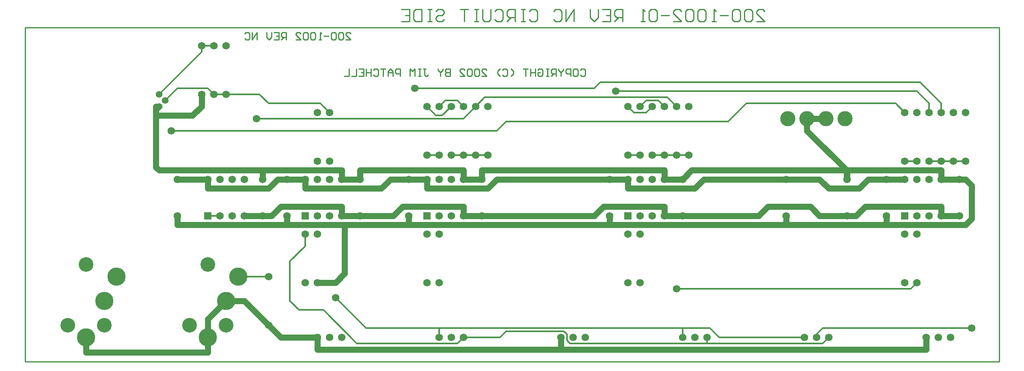
<source format=gbl>
*%FSLAX23Y23*%
*%MOIN*%
G01*
%ADD11C,0.006*%
%ADD12C,0.007*%
%ADD13C,0.008*%
%ADD14C,0.010*%
%ADD15C,0.012*%
%ADD16C,0.020*%
%ADD17C,0.025*%
%ADD18C,0.028*%
%ADD19C,0.032*%
%ADD20C,0.036*%
%ADD21C,0.045*%
%ADD22C,0.048*%
%ADD23C,0.050*%
%ADD24C,0.052*%
%ADD25C,0.055*%
%ADD26C,0.056*%
%ADD27C,0.059*%
%ADD28C,0.060*%
%ADD29C,0.061*%
%ADD30C,0.062*%
%ADD31C,0.068*%
%ADD32C,0.070*%
%ADD33C,0.080*%
%ADD34C,0.090*%
%ADD35C,0.095*%
%ADD36C,0.115*%
%ADD37C,0.120*%
%ADD38C,0.125*%
%ADD39C,0.126*%
%ADD40C,0.131*%
%ADD41C,0.150*%
%ADD42C,0.156*%
%ADD43R,0.062X0.062*%
%ADD44R,0.068X0.068*%
D14*
X12159Y9263D02*
X12226D01*
X12159Y9330D01*
Y9346D01*
X12176Y9363D01*
X12209D01*
X12226Y9346D01*
X12126D02*
X12109Y9363D01*
X12076D01*
X12059Y9346D01*
Y9280D01*
X12076Y9263D01*
X12109D01*
X12126Y9280D01*
Y9346D01*
X12026D02*
X12009Y9363D01*
X11976D01*
X11959Y9346D01*
Y9280D01*
X11976Y9263D01*
X12009D01*
X12026Y9280D01*
Y9346D01*
X11926Y9313D02*
X11859D01*
X11826Y9263D02*
X11793D01*
X11809D01*
Y9363D01*
X11810D01*
X11809D02*
X11826Y9346D01*
X11743D02*
X11726Y9363D01*
X11693D01*
X11676Y9346D01*
Y9280D01*
X11693Y9263D01*
X11726D01*
X11743Y9280D01*
Y9346D01*
X11643D02*
X11626Y9363D01*
X11593D01*
X11576Y9346D01*
Y9280D01*
X11593Y9263D01*
X11626D01*
X11643Y9280D01*
Y9346D01*
X11543Y9263D02*
X11476D01*
X11543D02*
X11476Y9330D01*
Y9346D01*
X11493Y9363D01*
X11526D01*
X11543Y9346D01*
X11443Y9313D02*
X11376D01*
X11343Y9346D02*
X11326Y9363D01*
X11293D01*
X11276Y9346D01*
Y9280D01*
X11293Y9263D01*
X11326D01*
X11343Y9280D01*
Y9346D01*
X11243Y9263D02*
X11210D01*
X11226D01*
Y9363D01*
X11227D01*
X11226D02*
X11243Y9346D01*
X11060Y9363D02*
Y9263D01*
Y9363D02*
X11010D01*
X10993Y9346D01*
Y9313D01*
X11010Y9296D01*
X11060D01*
X11026D02*
X10993Y9263D01*
X10960Y9363D02*
X10893D01*
X10960D02*
Y9263D01*
X10893D01*
X10926Y9313D02*
X10960D01*
X10860Y9296D02*
Y9363D01*
Y9296D02*
X10826Y9263D01*
X10793Y9296D01*
Y9363D01*
X10660D02*
Y9263D01*
X10593D02*
X10660Y9363D01*
X10593D02*
Y9263D01*
X10493Y9346D02*
X10510Y9363D01*
X10543D01*
X10560Y9346D01*
Y9280D01*
X10543Y9263D01*
X10510D01*
X10493Y9280D01*
X10310Y9363D02*
X10293Y9346D01*
X10310Y9363D02*
X10343D01*
X10360Y9346D01*
Y9280D01*
X10343Y9263D01*
X10310D01*
X10293Y9280D01*
X10260Y9363D02*
X10227D01*
X10243D01*
Y9263D01*
X10260D01*
X10227D01*
X10177D02*
Y9363D01*
X10127D01*
X10110Y9346D01*
Y9313D01*
X10127Y9296D01*
X10177D01*
X10143D02*
X10110Y9263D01*
X10010Y9346D02*
X10027Y9363D01*
X10060D01*
X10077Y9346D01*
Y9280D01*
X10060Y9263D01*
X10027D01*
X10010Y9280D01*
X9977D02*
Y9363D01*
Y9280D02*
X9960Y9263D01*
X9927D01*
X9910Y9280D01*
Y9363D01*
X9877D02*
X9843D01*
X9860D01*
Y9263D01*
X9877D01*
X9843D01*
X9793Y9363D02*
X9727D01*
X9760D01*
Y9263D01*
X9544Y9363D02*
X9527Y9346D01*
X9544Y9363D02*
X9577D01*
X9594Y9346D01*
Y9330D01*
X9577Y9313D01*
X9544D01*
X9527Y9296D01*
Y9280D01*
X9544Y9263D01*
X9577D01*
X9594Y9280D01*
X9494Y9363D02*
X9460D01*
X9477D01*
Y9263D01*
X9494D01*
X9460D01*
X9410D02*
Y9363D01*
Y9263D02*
X9360D01*
X9344Y9280D01*
Y9346D01*
X9360Y9363D01*
X9410D01*
X9310D02*
X9244D01*
X9310D02*
Y9263D01*
X9244D01*
X9277Y9313D02*
X9310D01*
X10711Y8863D02*
X10721Y8873D01*
X10741D01*
X10751Y8863D01*
Y8823D01*
X10741Y8813D01*
X10721D01*
X10711Y8823D01*
X10681Y8873D02*
X10661D01*
X10681D02*
X10691Y8863D01*
Y8823D01*
X10681Y8813D01*
X10661D01*
X10651Y8823D01*
Y8863D01*
X10661Y8873D01*
X10631D02*
Y8813D01*
Y8873D02*
X10601D01*
X10591Y8863D01*
Y8843D01*
X10601Y8833D01*
X10631D01*
X10571Y8863D02*
Y8873D01*
Y8863D02*
X10551Y8843D01*
X10531Y8863D01*
Y8873D01*
X10551Y8843D02*
Y8813D01*
X10511D02*
Y8873D01*
X10481D01*
X10471Y8863D01*
Y8843D01*
X10481Y8833D01*
X10511D01*
X10491D02*
X10471Y8813D01*
X10451Y8873D02*
X10431D01*
X10441D01*
Y8813D01*
X10451D01*
X10431D01*
X10371Y8873D02*
X10361Y8863D01*
X10371Y8873D02*
X10391D01*
X10401Y8863D01*
Y8823D01*
X10391Y8813D01*
X10371D01*
X10361Y8823D01*
Y8843D01*
X10381D01*
X10341Y8873D02*
Y8813D01*
Y8843D01*
X10301D01*
Y8873D01*
Y8813D01*
X10281Y8873D02*
X10241D01*
X10261D01*
Y8813D01*
X10161Y8833D02*
X10141Y8813D01*
X10161Y8833D02*
Y8853D01*
X10141Y8873D01*
X10081D02*
X10071Y8863D01*
X10081Y8873D02*
X10101D01*
X10111Y8863D01*
Y8823D01*
X10101Y8813D01*
X10081D01*
X10071Y8823D01*
X10051Y8813D02*
X10031Y8833D01*
Y8853D01*
X10051Y8873D01*
X9941Y8813D02*
X9901D01*
X9941D02*
X9901Y8853D01*
Y8863D01*
X9911Y8873D01*
X9931D01*
X9941Y8863D01*
X9881D02*
X9871Y8873D01*
X9851D01*
X9841Y8863D01*
Y8823D01*
X9851Y8813D01*
X9871D01*
X9881Y8823D01*
Y8863D01*
X9821D02*
X9811Y8873D01*
X9791D01*
X9781Y8863D01*
Y8823D01*
X9791Y8813D01*
X9811D01*
X9821Y8823D01*
Y8863D01*
X9761Y8813D02*
X9721D01*
X9761D02*
X9721Y8853D01*
Y8863D01*
X9731Y8873D01*
X9751D01*
X9761Y8863D01*
X9641Y8873D02*
Y8813D01*
X9611D01*
X9601Y8823D01*
Y8833D01*
X9611Y8843D01*
X9641D01*
X9642D01*
X9641D02*
X9642D01*
X9641D02*
X9642D01*
X9641D02*
X9611D01*
X9601Y8853D01*
Y8863D01*
X9611Y8873D01*
X9641D01*
X9581D02*
Y8863D01*
X9561Y8843D01*
X9541Y8863D01*
Y8873D01*
X9561Y8843D02*
Y8813D01*
X9441Y8873D02*
X9421D01*
X9431D02*
X9441D01*
X9431D02*
Y8823D01*
X9441Y8813D01*
X9451D01*
X9461Y8823D01*
X9401Y8873D02*
X9381D01*
X9391D01*
Y8813D01*
X9401D01*
X9381D01*
X9351D02*
Y8873D01*
X9331Y8853D01*
X9311Y8873D01*
Y8813D01*
X9231D02*
Y8873D01*
X9202D01*
X9192Y8863D01*
Y8843D01*
X9202Y8833D01*
X9231D01*
X9172Y8813D02*
Y8853D01*
X9152Y8873D01*
X9132Y8853D01*
Y8813D01*
Y8843D01*
X9172D01*
X9112Y8873D02*
X9072D01*
X9092D01*
Y8813D01*
X9022Y8873D02*
X9012Y8863D01*
X9022Y8873D02*
X9042D01*
X9052Y8863D01*
Y8823D01*
X9042Y8813D01*
X9022D01*
X9012Y8823D01*
X8992Y8813D02*
Y8873D01*
Y8843D02*
Y8813D01*
Y8843D02*
X8952D01*
Y8873D01*
Y8813D01*
X8932Y8873D02*
X8892D01*
X8932D02*
Y8813D01*
X8892D01*
X8912Y8843D02*
X8932D01*
X8872Y8873D02*
Y8813D01*
X8832D01*
X8812D02*
Y8873D01*
Y8813D02*
X8772D01*
X8786Y9113D02*
X8826D01*
X8786Y9153D01*
Y9163D01*
X8796Y9173D01*
X8816D01*
X8826Y9163D01*
X8766D02*
X8756Y9173D01*
X8736D01*
X8726Y9163D01*
Y9123D01*
X8736Y9113D01*
X8756D01*
X8766Y9123D01*
Y9163D01*
X8706D02*
X8696Y9173D01*
X8676D01*
X8666Y9163D01*
Y9123D01*
X8676Y9113D01*
X8696D01*
X8706Y9123D01*
Y9163D01*
X8646Y9143D02*
X8606D01*
X8586Y9113D02*
X8566D01*
X8576D01*
Y9173D01*
X8577D01*
X8576D02*
X8586Y9163D01*
X8536D02*
X8526Y9173D01*
X8506D01*
X8496Y9163D01*
Y9123D01*
X8506Y9113D01*
X8526D01*
X8536Y9123D01*
Y9163D01*
X8476D02*
X8466Y9173D01*
X8446D01*
X8436Y9163D01*
Y9123D01*
X8446Y9113D01*
X8466D01*
X8476Y9123D01*
Y9163D01*
X8416Y9113D02*
X8376D01*
X8416D02*
X8376Y9153D01*
Y9163D01*
X8386Y9173D01*
X8406D01*
X8416Y9163D01*
X8296Y9173D02*
Y9113D01*
Y9173D02*
X8266D01*
X8256Y9163D01*
Y9143D01*
X8266Y9133D01*
X8296D01*
X8276D02*
X8256Y9113D01*
X8236Y9173D02*
X8196D01*
X8236D02*
Y9113D01*
X8196D01*
X8216Y9143D02*
X8236D01*
X8176Y9133D02*
Y9173D01*
Y9133D02*
X8156Y9113D01*
X8136Y9133D01*
Y9173D01*
X8056D02*
Y9113D01*
X8016D02*
X8056Y9173D01*
X8016D02*
Y9113D01*
X7956Y9163D02*
X7966Y9173D01*
X7986D01*
X7996Y9163D01*
Y9123D01*
X7986Y9113D01*
X7966D01*
X7956Y9123D01*
X6151Y9213D02*
Y6463D01*
X14151D02*
Y9213D01*
Y6463D02*
X6151D01*
Y9213D02*
X14151D01*
D15*
X7601Y9013D02*
X7251Y8663D01*
X11926Y8438D02*
X12076Y8588D01*
X8451Y7413D02*
X8326Y7288D01*
X13551Y8713D02*
X13676Y8588D01*
X8951Y6738D02*
X8701Y6988D01*
X8601Y6888D02*
X8876Y6613D01*
X9701D01*
X10626D02*
X11751D01*
X12701D01*
Y6738D02*
X13926D01*
X9551D02*
X8951D01*
X9551D02*
X11551D01*
X11776D01*
X11851Y6663D02*
X12551D01*
X10051D02*
X9751D01*
X10101Y6713D02*
X10576D01*
X8601Y6888D02*
X8401D01*
X11501Y7063D02*
X13426D01*
X8151Y7163D02*
X7901D01*
X7301Y8613D02*
X7401Y8713D01*
X7651Y7663D02*
X7751D01*
X7601Y9013D02*
Y9063D01*
X7651Y8713D02*
X7701Y8663D01*
X13376Y8113D02*
X13476D01*
X13676D02*
X13776D01*
X13676D02*
X13576D01*
X13776D02*
X13876D01*
X11201Y8163D02*
X11101D01*
X11301D02*
X11401D01*
X11501D01*
X11601D01*
X9551D02*
X9451D01*
X9651D02*
X9751D01*
X9851D01*
X9951D01*
X10026Y8363D02*
X7351D01*
X8076Y8663D02*
X8151Y8588D01*
X10101Y8438D02*
X11926D01*
X12076Y8588D02*
X13301D01*
X8576D02*
X8151D01*
X8051Y8463D02*
X9751D01*
X11151Y8513D02*
X11251D01*
X9576Y8488D02*
X9526D01*
X10876Y8763D02*
X13501D01*
X10826Y8713D02*
X9351D01*
X11001Y8688D02*
X13476D01*
X8076Y8663D02*
X7801D01*
X7701D01*
X7651Y8713D02*
X7401D01*
X9926Y8638D02*
X11426D01*
X11351Y8613D02*
X11251D01*
X9701D02*
X9601D01*
X8451Y7513D02*
Y7413D01*
X8326Y7288D02*
Y6963D01*
X8401Y6888D01*
X8651Y8513D02*
X8576Y8588D01*
X7701Y9063D02*
X7601D01*
X9451Y8563D02*
X9526Y8488D01*
X9551Y6738D02*
Y6663D01*
Y8563D02*
X9601Y8613D01*
X9651Y8563D02*
X9576Y8488D01*
X9751Y8463D02*
X9851Y8563D01*
X9751Y6663D02*
X9701Y6613D01*
X9751Y8563D02*
X9701Y8613D01*
X10026Y8363D02*
X10101Y8438D01*
X9926Y8638D02*
X9851Y8563D01*
X10101Y6713D02*
X10051Y6663D01*
X10601Y6638D02*
Y6688D01*
X10576Y6713D01*
X10601Y6638D02*
X10626Y6613D01*
X10826Y8713D02*
X10876Y8763D01*
X11201Y8563D02*
X11251Y8613D01*
X11151Y8513D02*
X11101Y8563D01*
X11251Y8513D02*
X11301Y8563D01*
X11351Y8613D02*
X11401Y8563D01*
X11551Y6738D02*
Y6663D01*
X11501Y8563D02*
X11426Y8638D01*
X11751Y6663D02*
Y6613D01*
X11851Y6663D02*
X11776Y6738D01*
X12651Y6688D02*
Y6663D01*
Y6688D02*
X12701Y6738D01*
X12751Y6663D02*
X12701Y6613D01*
X13376Y8513D02*
X13301Y8588D01*
X13476Y7113D02*
X13426Y7063D01*
X13551Y8713D02*
X13501Y8763D01*
X13476Y8688D02*
X13576Y8588D01*
Y8513D01*
X13676D02*
Y8588D01*
D23*
X13926Y7638D02*
X13876Y7588D01*
X11626Y8038D02*
X11551Y7963D01*
X13001Y7888D02*
X13076Y7963D01*
X11726D02*
X11651Y7888D01*
X12176Y7663D02*
X12251Y7738D01*
X12976Y7663D02*
X13051Y7738D01*
X8776Y7188D02*
X8701Y7113D01*
X7251Y8563D02*
X7226Y8538D01*
X7526Y8488D02*
X7601Y8563D01*
X9951Y7888D02*
X10026Y7963D01*
X9151D02*
X9101Y7913D01*
X9076Y7888D01*
X8226Y7963D02*
X8151Y7888D01*
X10826Y7663D02*
X10901Y7738D01*
X9251D02*
X9176Y7663D01*
X8251Y7738D02*
X8176Y7663D01*
X7801Y6963D02*
X7651Y6813D01*
X12573Y8363D02*
X12898Y8038D01*
X13876Y7963D02*
X13926Y7913D01*
X12751Y7888D02*
X12676Y7963D01*
X12601Y7738D02*
X12676Y7663D01*
X7251Y8038D02*
X7226Y8063D01*
X7951Y6963D02*
X8151Y6763D01*
X8251Y6663D01*
X7651Y6538D02*
X6651D01*
X8551Y6563D02*
X10551D01*
X13551D01*
X8551Y6663D02*
X8251D01*
X7951Y6963D02*
X7801D01*
X6651Y6663D02*
Y6538D01*
X8551Y7113D02*
X8701D01*
X13226Y7588D02*
X13876D01*
X13251D02*
X13226D01*
X13251D02*
X12401D01*
X10951D01*
X9301D02*
X8776D01*
X8301D02*
X7401D01*
X8301D02*
X9301D01*
X10951D01*
X7226Y8488D02*
Y8538D01*
Y8563D02*
Y8063D01*
X13676Y7663D02*
X13826D01*
X12176D02*
X11551D01*
X11401D01*
X12676D02*
X12901D01*
X12976D01*
X12601Y7738D02*
X12251D01*
X13051D02*
X13676D01*
X8101Y7663D02*
X7951D01*
X10901Y7738D02*
X11401D01*
X10826Y7663D02*
X9901D01*
X9751D01*
Y7738D02*
X9251D01*
X9176Y7663D02*
X8876D01*
X8901D01*
X8751D01*
Y7738D02*
X8251D01*
X8176Y7663D02*
X8101D01*
X7401D02*
Y7588D01*
X12898Y7963D02*
X12901D01*
X13826D02*
X13876D01*
X13826D02*
X13676D01*
X11551D02*
X11401D01*
X13076D02*
X13226D01*
X13376D01*
X12676D02*
X12401D01*
X11726D01*
X12751Y7888D02*
X13001D01*
X11101Y7963D02*
X10951D01*
X11101Y7888D02*
X11651D01*
X10951Y7963D02*
X10026D01*
X9951Y7888D02*
X9451D01*
Y7963D02*
X9301D01*
X9151D01*
X9076Y7888D02*
X8451D01*
Y7963D02*
X8301D01*
X8226D01*
X8151Y7888D02*
X7651D01*
Y7963D02*
X7401D01*
X9751D02*
X9901D01*
X8901D02*
X8751D01*
X7601Y8563D02*
Y8663D01*
X7651Y7963D02*
Y7888D01*
Y6638D02*
Y6538D01*
Y6638D02*
Y6663D01*
Y6813D01*
X11626Y8038D02*
X12901D01*
X13676D01*
X11401D02*
X9901D01*
X9751D02*
X8901D01*
X8751D02*
X8101D01*
X7251D01*
X12573Y8463D02*
X12726D01*
X12729D01*
X7526Y8488D02*
X7226D01*
Y8563D02*
X7251D01*
X8101Y8038D02*
Y7963D01*
X8301Y7663D02*
Y7588D01*
X8451Y7888D02*
Y7963D01*
X8551Y6663D02*
Y6563D01*
X8776Y7188D02*
Y7588D01*
X8751Y7663D02*
Y7738D01*
Y7963D02*
Y8038D01*
X8901D02*
Y7963D01*
X9301Y7663D02*
Y7588D01*
X9451Y7888D02*
Y7963D01*
X9751Y7738D02*
Y7663D01*
Y7963D02*
Y8038D01*
X9901D02*
Y7963D01*
X10551Y6663D02*
Y6563D01*
X10951Y7588D02*
Y7663D01*
X11101Y7888D02*
Y7963D01*
X11401Y7738D02*
Y7663D01*
Y7963D02*
Y8038D01*
X12573Y8363D02*
Y8463D01*
X12401Y7663D02*
Y7588D01*
X12898Y7963D02*
Y8038D01*
X12901D02*
Y7963D01*
X13226Y7663D02*
Y7588D01*
X13551Y6663D02*
Y6563D01*
X13676Y7963D02*
Y8038D01*
Y7738D02*
Y7663D01*
X13926Y7638D02*
Y7913D01*
D25*
X7251Y8563D02*
D03*
X7301Y8613D02*
D03*
X7251Y8663D02*
D03*
D30*
X13926Y6738D02*
D03*
X11501Y7063D02*
D03*
X11001Y8688D02*
D03*
X9351Y8713D02*
D03*
X8701Y6988D02*
D03*
X8051Y8463D02*
D03*
X7351Y8363D02*
D03*
X7401Y7663D02*
D03*
Y7963D02*
D03*
X8101D02*
D03*
Y7663D02*
D03*
X8301D02*
D03*
Y7963D02*
D03*
X8901D02*
D03*
Y7663D02*
D03*
X9301D02*
D03*
Y7963D02*
D03*
X9451D02*
D03*
X9551D02*
D03*
X9651D02*
D03*
X9751D02*
D03*
Y7663D02*
D03*
X9651D02*
D03*
X9551D02*
D03*
X9901Y7963D02*
D03*
Y7663D02*
D03*
X13226D02*
D03*
Y7963D02*
D03*
X13826D02*
D03*
Y7663D02*
D03*
X10951D02*
D03*
Y7963D02*
D03*
X11551D02*
D03*
Y7663D02*
D03*
X8151Y6763D02*
D03*
Y7163D02*
D03*
X13376Y8513D02*
D03*
Y8113D02*
D03*
X7801Y8663D02*
D03*
Y9063D02*
D03*
X8651Y8113D02*
D03*
Y8513D02*
D03*
X8551Y8113D02*
D03*
Y8513D02*
D03*
X8451Y7513D02*
D03*
Y7113D02*
D03*
X8551D02*
D03*
Y7513D02*
D03*
X8451Y7963D02*
D03*
X8551D02*
D03*
X8651D02*
D03*
X8751D02*
D03*
Y7663D02*
D03*
X8651D02*
D03*
X8551D02*
D03*
X7701Y9063D02*
D03*
Y8663D02*
D03*
X7601D02*
D03*
Y9063D02*
D03*
X7651Y7963D02*
D03*
X7751D02*
D03*
X7851D02*
D03*
X7951D02*
D03*
Y7663D02*
D03*
X7851D02*
D03*
X7751D02*
D03*
X9551Y7513D02*
D03*
Y7113D02*
D03*
X9451Y7513D02*
D03*
Y7113D02*
D03*
X9851Y8163D02*
D03*
Y8563D02*
D03*
X9951Y8163D02*
D03*
Y8563D02*
D03*
X9751D02*
D03*
Y8163D02*
D03*
X9651Y8563D02*
D03*
Y8163D02*
D03*
X9451Y8563D02*
D03*
Y8163D02*
D03*
X9551D02*
D03*
Y8563D02*
D03*
X11101Y7513D02*
D03*
Y7113D02*
D03*
X11201Y7513D02*
D03*
Y7113D02*
D03*
X11601Y8163D02*
D03*
Y8563D02*
D03*
X11501Y8163D02*
D03*
Y8563D02*
D03*
X11401D02*
D03*
Y8163D02*
D03*
X11301Y8563D02*
D03*
Y8163D02*
D03*
X11101Y8563D02*
D03*
Y8163D02*
D03*
X11201D02*
D03*
Y8563D02*
D03*
X12751Y6663D02*
D03*
X12551D02*
D03*
X12651D02*
D03*
X13751D02*
D03*
X13551D02*
D03*
X13651D02*
D03*
X11751D02*
D03*
X11551D02*
D03*
X11651D02*
D03*
X10751D02*
D03*
X10551D02*
D03*
X10651D02*
D03*
X9751D02*
D03*
X9551D02*
D03*
X9651D02*
D03*
X8751D02*
D03*
X8551D02*
D03*
X8651D02*
D03*
X13376Y7963D02*
D03*
X13476D02*
D03*
X13576D02*
D03*
X13676D02*
D03*
Y7663D02*
D03*
X13576D02*
D03*
X13476D02*
D03*
X13676Y8113D02*
D03*
Y8513D02*
D03*
X13576Y8113D02*
D03*
Y8513D02*
D03*
X13776Y8113D02*
D03*
Y8513D02*
D03*
X13876Y8113D02*
D03*
Y8513D02*
D03*
X13476Y8113D02*
D03*
Y8513D02*
D03*
X13376Y7513D02*
D03*
Y7113D02*
D03*
X13476Y7513D02*
D03*
Y7113D02*
D03*
X11101Y7963D02*
D03*
X11201D02*
D03*
X11301D02*
D03*
X11401D02*
D03*
Y7663D02*
D03*
X11301D02*
D03*
X11201D02*
D03*
X12401D02*
D03*
Y7963D02*
D03*
X12901D02*
D03*
Y7663D02*
D03*
D37*
X7501Y6763D02*
D03*
X7801D02*
D03*
X7651Y7263D02*
D03*
X6501Y6763D02*
D03*
X6801D02*
D03*
X6651Y7263D02*
D03*
D38*
X12729Y8463D02*
D03*
X12417D02*
D03*
X12885D02*
D03*
X12573D02*
D03*
D41*
X7901Y7163D02*
D03*
X7801Y6963D02*
D03*
X7651Y6663D02*
D03*
X6901Y7163D02*
D03*
X6801Y6963D02*
D03*
X6651Y6663D02*
D03*
D43*
X9451Y7663D02*
D03*
X8451D02*
D03*
X7651D02*
D03*
X13376D02*
D03*
X11101D02*
D03*
M02*

</source>
